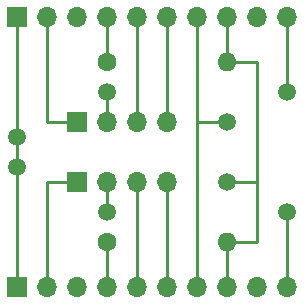
<source format=gbr>
G04 #@! TF.GenerationSoftware,KiCad,Pcbnew,(5.1.4)-1*
G04 #@! TF.CreationDate,2019-11-08T15:45:32+09:00*
G04 #@! TF.ProjectId,MTcircuit,4d546369-7263-4756-9974-2e6b69636164,rev?*
G04 #@! TF.SameCoordinates,Original*
G04 #@! TF.FileFunction,Copper,L2,Bot*
G04 #@! TF.FilePolarity,Positive*
%FSLAX46Y46*%
G04 Gerber Fmt 4.6, Leading zero omitted, Abs format (unit mm)*
G04 Created by KiCad (PCBNEW (5.1.4)-1) date 2019-11-08 15:45:32*
%MOMM*%
%LPD*%
G04 APERTURE LIST*
%ADD10O,1.700000X1.700000*%
%ADD11R,1.700000X1.700000*%
%ADD12O,1.600000X1.600000*%
%ADD13C,1.600000*%
%ADD14C,1.500000*%
%ADD15C,0.250000*%
G04 APERTURE END LIST*
D10*
X96520000Y-74930000D03*
X93980000Y-74930000D03*
X91440000Y-74930000D03*
D11*
X88900000Y-74930000D03*
D12*
X101600000Y-64770000D03*
D13*
X91440000Y-64770000D03*
D12*
X101600000Y-80010000D03*
D13*
X91440000Y-80010000D03*
D10*
X96520000Y-69850000D03*
X93980000Y-69850000D03*
X91440000Y-69850000D03*
D11*
X88900000Y-69850000D03*
D10*
X106680000Y-60960000D03*
X104140000Y-60960000D03*
X101600000Y-60960000D03*
X99060000Y-60960000D03*
X96520000Y-60960000D03*
X93980000Y-60960000D03*
X91440000Y-60960000D03*
X88900000Y-60960000D03*
X86360000Y-60960000D03*
D11*
X83820000Y-60960000D03*
D10*
X106680000Y-83820000D03*
X104140000Y-83820000D03*
X101600000Y-83820000D03*
X99060000Y-83820000D03*
X96520000Y-83820000D03*
X93980000Y-83820000D03*
X91440000Y-83820000D03*
X88900000Y-83820000D03*
X86360000Y-83820000D03*
D11*
X83820000Y-83820000D03*
D14*
X101600000Y-74930000D03*
X91440000Y-67310000D03*
X83820000Y-71120000D03*
X83820000Y-73660000D03*
X101600000Y-69850000D03*
X106680000Y-77470000D03*
X91440000Y-77470000D03*
X106680000Y-67310000D03*
D15*
X83820000Y-60960000D02*
X83820000Y-83820000D01*
X86360000Y-83820000D02*
X86360000Y-74930000D01*
X86360000Y-74930000D02*
X88900000Y-74930000D01*
X91440000Y-83820000D02*
X91440000Y-80010000D01*
X96520000Y-83820000D02*
X96520000Y-74930000D01*
X99060000Y-69850000D02*
X101600000Y-69850000D01*
X99060000Y-69850000D02*
X99060000Y-83820000D01*
X99060000Y-60960000D02*
X99060000Y-69850000D01*
X101600000Y-64770000D02*
X104140000Y-64770000D01*
X104140000Y-64770000D02*
X104140000Y-80010000D01*
X104140000Y-80010000D02*
X101600000Y-80010000D01*
X104140000Y-74930000D02*
X101600000Y-74930000D01*
X101600000Y-64770000D02*
X101600000Y-60960000D01*
X101600000Y-83820000D02*
X101600000Y-80010000D01*
X91440000Y-77470000D02*
X91440000Y-74930000D01*
X106680000Y-83820000D02*
X106680000Y-77470000D01*
X91440000Y-69850000D02*
X91440000Y-67310000D01*
X106680000Y-67310000D02*
X106680000Y-60960000D01*
X96520000Y-60960000D02*
X96520000Y-69850000D01*
X93980000Y-60960000D02*
X93980000Y-69850000D01*
X91440000Y-60960000D02*
X91440000Y-64770000D01*
X86360000Y-60960000D02*
X86360000Y-69850000D01*
X86360000Y-69850000D02*
X88900000Y-69850000D01*
X93980000Y-74930000D02*
X93980000Y-83820000D01*
M02*

</source>
